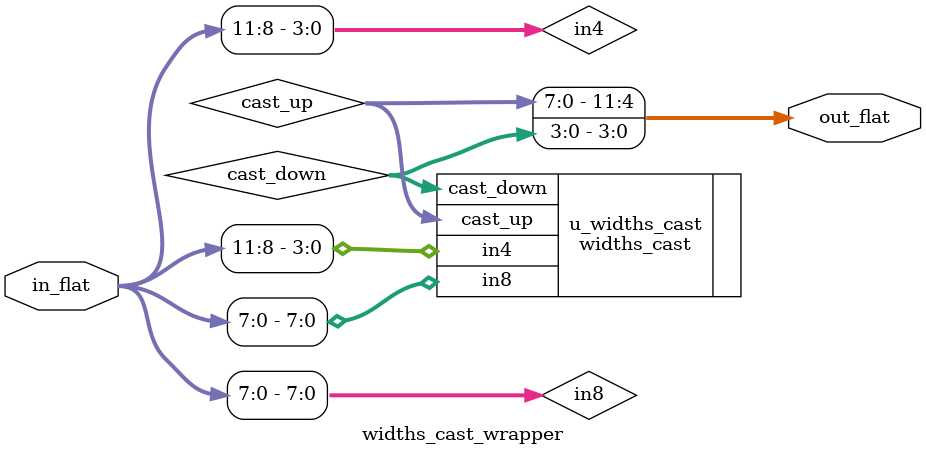
<source format=sv>

module widths_cast_wrapper (
    input  wire [11:0] in_flat,
    output wire [11:0] out_flat
);

  // Slice `in_flat` into original inputs
  wire [3:0] in4 = in_flat[11:8];
  wire [7:0] in8 = in_flat[7:0];

  // Wires to capture original module outputs
  wire [7:0] cast_up;
  wire [3:0] cast_down;

  // Instantiate the original module
  widths_cast u_widths_cast (
    .in4(in4),
    .in8(in8),
    .cast_up(cast_up),
    .cast_down(cast_down)
  );

  // Pack original outputs into `out_flat`
  assign out_flat[11:4] = cast_up;
  assign out_flat[3:0] = cast_down;

endmodule  // widths_cast_wrapper
</source>
